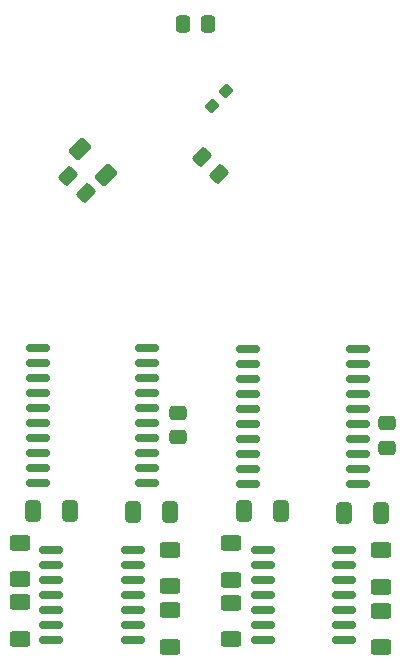
<source format=gbr>
%TF.GenerationSoftware,KiCad,Pcbnew,(6.0.6)*%
%TF.CreationDate,2022-11-26T15:19:53+01:00*%
%TF.ProjectId,vcer-midi-to-cv,76636572-2d6d-4696-9469-2d746f2d6376,rev?*%
%TF.SameCoordinates,Original*%
%TF.FileFunction,Paste,Bot*%
%TF.FilePolarity,Positive*%
%FSLAX46Y46*%
G04 Gerber Fmt 4.6, Leading zero omitted, Abs format (unit mm)*
G04 Created by KiCad (PCBNEW (6.0.6)) date 2022-11-26 15:19:53*
%MOMM*%
%LPD*%
G01*
G04 APERTURE LIST*
G04 Aperture macros list*
%AMRoundRect*
0 Rectangle with rounded corners*
0 $1 Rounding radius*
0 $2 $3 $4 $5 $6 $7 $8 $9 X,Y pos of 4 corners*
0 Add a 4 corners polygon primitive as box body*
4,1,4,$2,$3,$4,$5,$6,$7,$8,$9,$2,$3,0*
0 Add four circle primitives for the rounded corners*
1,1,$1+$1,$2,$3*
1,1,$1+$1,$4,$5*
1,1,$1+$1,$6,$7*
1,1,$1+$1,$8,$9*
0 Add four rect primitives between the rounded corners*
20,1,$1+$1,$2,$3,$4,$5,0*
20,1,$1+$1,$4,$5,$6,$7,0*
20,1,$1+$1,$6,$7,$8,$9,0*
20,1,$1+$1,$8,$9,$2,$3,0*%
G04 Aperture macros list end*
%ADD10RoundRect,0.250000X0.625000X-0.400000X0.625000X0.400000X-0.625000X0.400000X-0.625000X-0.400000X0*%
%ADD11RoundRect,0.250000X-0.625000X0.400000X-0.625000X-0.400000X0.625000X-0.400000X0.625000X0.400000X0*%
%ADD12RoundRect,0.250000X-0.412500X-0.650000X0.412500X-0.650000X0.412500X0.650000X-0.412500X0.650000X0*%
%ADD13RoundRect,0.250000X0.475000X-0.337500X0.475000X0.337500X-0.475000X0.337500X-0.475000X-0.337500X0*%
%ADD14RoundRect,0.250000X-0.724784X-0.159099X-0.159099X-0.724784X0.724784X0.159099X0.159099X0.724784X0*%
%ADD15RoundRect,0.250000X0.337500X0.475000X-0.337500X0.475000X-0.337500X-0.475000X0.337500X-0.475000X0*%
%ADD16RoundRect,0.250000X0.574524X0.097227X0.097227X0.574524X-0.574524X-0.097227X-0.097227X-0.574524X0*%
%ADD17RoundRect,0.150000X-0.837500X-0.150000X0.837500X-0.150000X0.837500X0.150000X-0.837500X0.150000X0*%
%ADD18RoundRect,0.150000X-0.875000X-0.150000X0.875000X-0.150000X0.875000X0.150000X-0.875000X0.150000X0*%
%ADD19RoundRect,0.237500X-0.044194X-0.380070X0.380070X0.044194X0.044194X0.380070X-0.380070X-0.044194X0*%
G04 APERTURE END LIST*
D10*
%TO.C,R15*%
X122947500Y-59697500D03*
X122947500Y-56597500D03*
%TD*%
D11*
%TO.C,R16*%
X135660000Y-62310000D03*
X135660000Y-65410000D03*
%TD*%
D12*
%TO.C,C18*%
X124017500Y-53900000D03*
X127142500Y-53900000D03*
%TD*%
D13*
%TO.C,C6*%
X118450000Y-47617500D03*
X118450000Y-45542500D03*
%TD*%
D14*
%TO.C,R1*%
X110153984Y-23193984D03*
X112346016Y-25386016D03*
%TD*%
D15*
%TO.C,C8*%
X120977500Y-12650000D03*
X118902500Y-12650000D03*
%TD*%
D10*
%TO.C,R13*%
X122922500Y-64742500D03*
X122922500Y-61642500D03*
%TD*%
D16*
%TO.C,C3*%
X110623623Y-26963623D03*
X109156377Y-25496377D03*
%TD*%
%TO.C,C7*%
X121933623Y-25343623D03*
X120466377Y-23876377D03*
%TD*%
D17*
%TO.C,U8*%
X125610000Y-64827500D03*
X125610000Y-63557500D03*
X125610000Y-62287500D03*
X125610000Y-61017500D03*
X125610000Y-59747500D03*
X125610000Y-58477500D03*
X125610000Y-57207500D03*
X132535000Y-57207500D03*
X132535000Y-58477500D03*
X132535000Y-59747500D03*
X132535000Y-61017500D03*
X132535000Y-62287500D03*
X132535000Y-63557500D03*
X132535000Y-64827500D03*
%TD*%
D18*
%TO.C,U3*%
X106562500Y-51515000D03*
X106562500Y-50245000D03*
X106562500Y-48975000D03*
X106562500Y-47705000D03*
X106562500Y-46435000D03*
X106562500Y-45165000D03*
X106562500Y-43895000D03*
X106562500Y-42625000D03*
X106562500Y-41355000D03*
X106562500Y-40085000D03*
X115862500Y-40085000D03*
X115862500Y-41355000D03*
X115862500Y-42625000D03*
X115862500Y-43895000D03*
X115862500Y-45165000D03*
X115862500Y-46435000D03*
X115862500Y-47705000D03*
X115862500Y-48975000D03*
X115862500Y-50245000D03*
X115862500Y-51515000D03*
%TD*%
D12*
%TO.C,C13*%
X114637500Y-53957500D03*
X117762500Y-53957500D03*
%TD*%
D11*
%TO.C,R14*%
X135647500Y-57192500D03*
X135647500Y-60292500D03*
%TD*%
D18*
%TO.C,U7*%
X124400000Y-51575000D03*
X124400000Y-50305000D03*
X124400000Y-49035000D03*
X124400000Y-47765000D03*
X124400000Y-46495000D03*
X124400000Y-45225000D03*
X124400000Y-43955000D03*
X124400000Y-42685000D03*
X124400000Y-41415000D03*
X124400000Y-40145000D03*
X133700000Y-40145000D03*
X133700000Y-41415000D03*
X133700000Y-42685000D03*
X133700000Y-43955000D03*
X133700000Y-45225000D03*
X133700000Y-46495000D03*
X133700000Y-47765000D03*
X133700000Y-49035000D03*
X133700000Y-50305000D03*
X133700000Y-51575000D03*
%TD*%
D12*
%TO.C,C17*%
X132485000Y-54017500D03*
X135610000Y-54017500D03*
%TD*%
D11*
%TO.C,R6*%
X117800000Y-57132500D03*
X117800000Y-60232500D03*
%TD*%
%TO.C,R8*%
X117800000Y-62257500D03*
X117800000Y-65357500D03*
%TD*%
D10*
%TO.C,R5*%
X105075000Y-64682500D03*
X105075000Y-61582500D03*
%TD*%
%TO.C,R7*%
X105100000Y-59637500D03*
X105100000Y-56537500D03*
%TD*%
D19*
%TO.C,C4*%
X121330120Y-19539880D03*
X122549880Y-18320120D03*
%TD*%
D17*
%TO.C,U4*%
X107740000Y-64760000D03*
X107740000Y-63490000D03*
X107740000Y-62220000D03*
X107740000Y-60950000D03*
X107740000Y-59680000D03*
X107740000Y-58410000D03*
X107740000Y-57140000D03*
X114665000Y-57140000D03*
X114665000Y-58410000D03*
X114665000Y-59680000D03*
X114665000Y-60950000D03*
X114665000Y-62220000D03*
X114665000Y-63490000D03*
X114665000Y-64760000D03*
%TD*%
D12*
%TO.C,C14*%
X106162500Y-53857500D03*
X109287500Y-53857500D03*
%TD*%
D13*
%TO.C,C9*%
X136130000Y-48527500D03*
X136130000Y-46452500D03*
%TD*%
M02*

</source>
